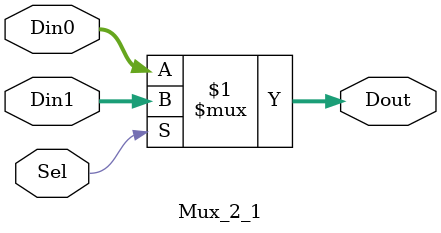
<source format=v>
module Mux_2_1(
		input Sel,
		input [31:0] Din0, Din1,
		output [31:0] Dout
    );
assign Dout = Sel?Din1:Din0;
endmodule

</source>
